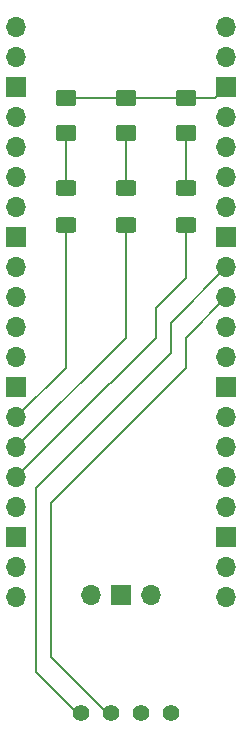
<source format=gtl>
G04 #@! TF.GenerationSoftware,KiCad,Pcbnew,8.0.1*
G04 #@! TF.CreationDate,2024-10-21T20:58:36+13:00*
G04 #@! TF.ProjectId,aurorawatchpcb,6175726f-7261-4776-9174-63687063622e,rev?*
G04 #@! TF.SameCoordinates,Original*
G04 #@! TF.FileFunction,Copper,L1,Top*
G04 #@! TF.FilePolarity,Positive*
%FSLAX46Y46*%
G04 Gerber Fmt 4.6, Leading zero omitted, Abs format (unit mm)*
G04 Created by KiCad (PCBNEW 8.0.1) date 2024-10-21 20:58:36*
%MOMM*%
%LPD*%
G01*
G04 APERTURE LIST*
G04 Aperture macros list*
%AMRoundRect*
0 Rectangle with rounded corners*
0 $1 Rounding radius*
0 $2 $3 $4 $5 $6 $7 $8 $9 X,Y pos of 4 corners*
0 Add a 4 corners polygon primitive as box body*
4,1,4,$2,$3,$4,$5,$6,$7,$8,$9,$2,$3,0*
0 Add four circle primitives for the rounded corners*
1,1,$1+$1,$2,$3*
1,1,$1+$1,$4,$5*
1,1,$1+$1,$6,$7*
1,1,$1+$1,$8,$9*
0 Add four rect primitives between the rounded corners*
20,1,$1+$1,$2,$3,$4,$5,0*
20,1,$1+$1,$4,$5,$6,$7,0*
20,1,$1+$1,$6,$7,$8,$9,0*
20,1,$1+$1,$8,$9,$2,$3,0*%
G04 Aperture macros list end*
G04 #@! TA.AperFunction,ComponentPad*
%ADD10O,1.700000X1.700000*%
G04 #@! TD*
G04 #@! TA.AperFunction,ComponentPad*
%ADD11R,1.700000X1.700000*%
G04 #@! TD*
G04 #@! TA.AperFunction,SMDPad,CuDef*
%ADD12RoundRect,0.250000X0.625000X-0.400000X0.625000X0.400000X-0.625000X0.400000X-0.625000X-0.400000X0*%
G04 #@! TD*
G04 #@! TA.AperFunction,ComponentPad*
%ADD13C,1.400000*%
G04 #@! TD*
G04 #@! TA.AperFunction,SMDPad,CuDef*
%ADD14RoundRect,0.250001X-0.624999X0.462499X-0.624999X-0.462499X0.624999X-0.462499X0.624999X0.462499X0*%
G04 #@! TD*
G04 #@! TA.AperFunction,Conductor*
%ADD15C,0.200000*%
G04 #@! TD*
G04 APERTURE END LIST*
D10*
X111353800Y-113170200D03*
D11*
X113893800Y-113170200D03*
D10*
X116433800Y-113170200D03*
X105003800Y-65140200D03*
X105003800Y-67680200D03*
D11*
X105003800Y-70220200D03*
D10*
X105003800Y-72760200D03*
X105003800Y-75300200D03*
X105003800Y-77840200D03*
X105003800Y-80380200D03*
D11*
X105003800Y-82920200D03*
D10*
X105003800Y-85460200D03*
X105003800Y-88000200D03*
X105003800Y-90540200D03*
X105003800Y-93080200D03*
D11*
X105003800Y-95620200D03*
D10*
X105003800Y-98160200D03*
X105003800Y-100700200D03*
X105003800Y-103240200D03*
X105003800Y-105780200D03*
D11*
X105003800Y-108320200D03*
D10*
X105003800Y-110860200D03*
X105003800Y-113400200D03*
X122783800Y-113400200D03*
X122783800Y-110860200D03*
D11*
X122783800Y-108320200D03*
D10*
X122783800Y-105780200D03*
X122783800Y-103240200D03*
X122783800Y-100700200D03*
X122783800Y-98160200D03*
D11*
X122783800Y-95620200D03*
D10*
X122783800Y-93080200D03*
X122783800Y-90540200D03*
X122783800Y-88000200D03*
X122783800Y-85460200D03*
D11*
X122783800Y-82920200D03*
D10*
X122783800Y-80380200D03*
X122783800Y-77840200D03*
X122783800Y-75300200D03*
X122783800Y-72760200D03*
D11*
X122783800Y-70220200D03*
D10*
X122783800Y-67680200D03*
X122783800Y-65140200D03*
D12*
X109220000Y-78740000D03*
X109220000Y-81840000D03*
X114300000Y-81840000D03*
X114300000Y-78740000D03*
X119380000Y-78740000D03*
X119380000Y-81840000D03*
D13*
X118110000Y-123190000D03*
X115570000Y-123190000D03*
X113030000Y-123190000D03*
X110490000Y-123190000D03*
D14*
X109220000Y-74095000D03*
X109220000Y-71120000D03*
X114300000Y-74095000D03*
X114300000Y-71120000D03*
X119380000Y-74095000D03*
X119380000Y-71120000D03*
D15*
X119380000Y-93980000D02*
X119380000Y-91404000D01*
X107950000Y-118414800D02*
X107950000Y-105410000D01*
X112725200Y-123190000D02*
X107950000Y-118414800D01*
X107950000Y-105410000D02*
X119380000Y-93980000D01*
X119380000Y-91404000D02*
X122783800Y-88000200D01*
X106680000Y-104140000D02*
X106680000Y-119684800D01*
X106680000Y-119684800D02*
X110185200Y-123190000D01*
X118110000Y-92710000D02*
X106680000Y-104140000D01*
X118110000Y-90134000D02*
X118110000Y-92710000D01*
X116840000Y-91440000D02*
X116840000Y-88900000D01*
X116840000Y-88900000D02*
X119380000Y-86360000D01*
X113030000Y-95250000D02*
X116840000Y-91440000D01*
X112994000Y-95250000D02*
X113030000Y-95250000D01*
X105003800Y-103240200D02*
X112994000Y-95250000D01*
X114300000Y-91404000D02*
X105003800Y-100700200D01*
X114300000Y-81840000D02*
X114300000Y-91404000D01*
X119380000Y-81840000D02*
X119380000Y-86360000D01*
X122783800Y-85460200D02*
X118110000Y-90134000D01*
X109220000Y-93944000D02*
X105003800Y-98160200D01*
X109220000Y-81840000D02*
X109220000Y-93944000D01*
X109220000Y-78740000D02*
X109220000Y-74095000D01*
X114300000Y-74095000D02*
X114300000Y-78740000D01*
X119380000Y-74095000D02*
X119380000Y-78740000D01*
X114400000Y-78640000D02*
X114300000Y-78740000D01*
X109220000Y-78540000D02*
X109020000Y-78740000D01*
X121884000Y-71120000D02*
X122783800Y-70220200D01*
X119380000Y-71120000D02*
X121884000Y-71120000D01*
X119380000Y-71120000D02*
X114400000Y-71120000D01*
X109220000Y-71120000D02*
X114400000Y-71120000D01*
M02*

</source>
